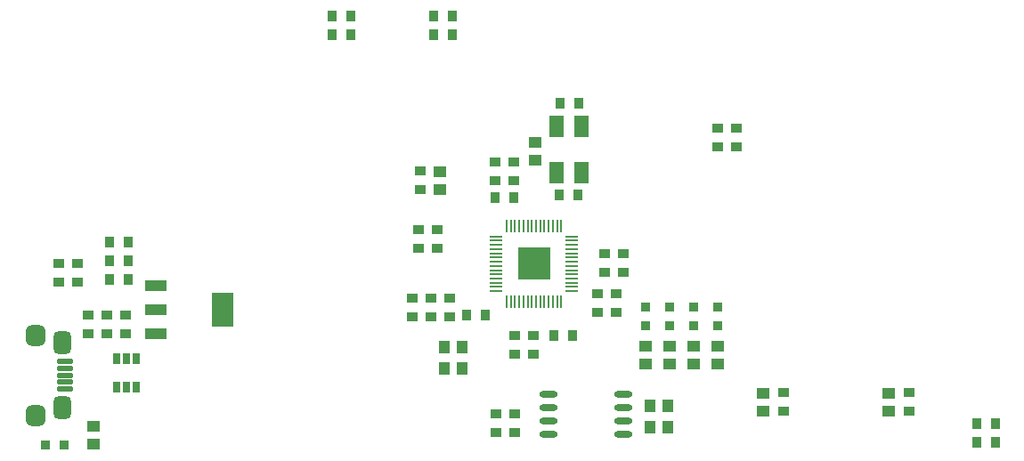
<source format=gtp>
G04*
G04 #@! TF.GenerationSoftware,Altium Limited,Altium Designer,21.3.2 (30)*
G04*
G04 Layer_Color=3421236*
%FSLAX25Y25*%
%MOIN*%
G70*
G04*
G04 #@! TF.SameCoordinates,41522B4C-5660-4B3E-BEA4-8D9A01AACCA4*
G04*
G04*
G04 #@! TF.FilePolarity,Positive*
G04*
G01*
G75*
%ADD21R,0.05712X0.08074*%
%ADD22R,0.08071X0.03937*%
%ADD23R,0.08071X0.12795*%
%ADD24O,0.06893X0.02562*%
%ADD25R,0.12405X0.12405*%
%ADD26O,0.00987X0.05318*%
%ADD27O,0.05318X0.00987*%
%ADD28R,0.04700X0.04200*%
%ADD29R,0.04200X0.04700*%
G04:AMPARAMS|DCode=30|XSize=76.8mil|YSize=72.87mil|CornerRadius=18.72mil|HoleSize=0mil|Usage=FLASHONLY|Rotation=270.000|XOffset=0mil|YOffset=0mil|HoleType=Round|Shape=RoundedRectangle|*
%AMROUNDEDRECTD30*
21,1,0.07680,0.03543,0,0,270.0*
21,1,0.03937,0.07287,0,0,270.0*
1,1,0.03743,-0.01772,-0.01968*
1,1,0.03743,-0.01772,0.01968*
1,1,0.03743,0.01772,0.01968*
1,1,0.03743,0.01772,-0.01968*
%
%ADD30ROUNDEDRECTD30*%
G04:AMPARAMS|DCode=31|XSize=64.99mil|YSize=84.68mil|CornerRadius=16.75mil|HoleSize=0mil|Usage=FLASHONLY|Rotation=0.000|XOffset=0mil|YOffset=0mil|HoleType=Round|Shape=RoundedRectangle|*
%AMROUNDEDRECTD31*
21,1,0.06499,0.05118,0,0,0.0*
21,1,0.03150,0.08468,0,0,0.0*
1,1,0.03350,0.01575,-0.02559*
1,1,0.03350,-0.01575,-0.02559*
1,1,0.03350,-0.01575,0.02559*
1,1,0.03350,0.01575,0.02559*
%
%ADD31ROUNDEDRECTD31*%
G04:AMPARAMS|DCode=32|XSize=17.75mil|YSize=61.06mil|CornerRadius=4.94mil|HoleSize=0mil|Usage=FLASHONLY|Rotation=270.000|XOffset=0mil|YOffset=0mil|HoleType=Round|Shape=RoundedRectangle|*
%AMROUNDEDRECTD32*
21,1,0.01775,0.05118,0,0,270.0*
21,1,0.00787,0.06106,0,0,270.0*
1,1,0.00987,-0.02559,-0.00394*
1,1,0.00987,-0.02559,0.00394*
1,1,0.00987,0.02559,0.00394*
1,1,0.00987,0.02559,-0.00394*
%
%ADD32ROUNDEDRECTD32*%
%ADD33R,0.02562X0.03940*%
%ADD34R,0.03400X0.03400*%
%ADD35R,0.03400X0.03400*%
%ADD36R,0.04200X0.03200*%
%ADD37R,0.03200X0.04200*%
D21*
X204500Y136000D02*
D03*
Y153323D02*
D03*
X213949D02*
D03*
Y136000D02*
D03*
D22*
X54650Y93555D02*
D03*
Y84500D02*
D03*
Y75445D02*
D03*
D23*
X79650Y84500D02*
D03*
D24*
X229476Y38000D02*
D03*
Y43000D02*
D03*
Y48000D02*
D03*
Y53000D02*
D03*
X201524Y38000D02*
D03*
Y43000D02*
D03*
Y48000D02*
D03*
Y53000D02*
D03*
D25*
X196138Y101787D02*
D03*
D26*
X190626Y87713D02*
D03*
X200075D02*
D03*
X201650D02*
D03*
X198500D02*
D03*
X206374D02*
D03*
X195350D02*
D03*
X192201D02*
D03*
X189051D02*
D03*
X203224D02*
D03*
X204799D02*
D03*
X193776D02*
D03*
X196925D02*
D03*
X185902D02*
D03*
X187476D02*
D03*
X206374Y115862D02*
D03*
X204799D02*
D03*
X203224D02*
D03*
X201650D02*
D03*
X200075D02*
D03*
X198500D02*
D03*
X196925D02*
D03*
X195350D02*
D03*
X193776D02*
D03*
X192201D02*
D03*
X190626D02*
D03*
X189051D02*
D03*
X187476D02*
D03*
X185902D02*
D03*
D27*
X210213Y91551D02*
D03*
Y93126D02*
D03*
Y94701D02*
D03*
Y96276D02*
D03*
Y97850D02*
D03*
Y99425D02*
D03*
Y101000D02*
D03*
Y102575D02*
D03*
Y104150D02*
D03*
Y105724D02*
D03*
Y107299D02*
D03*
Y108874D02*
D03*
Y110449D02*
D03*
Y112024D02*
D03*
X182063D02*
D03*
Y110449D02*
D03*
Y108874D02*
D03*
Y107299D02*
D03*
Y105724D02*
D03*
Y104150D02*
D03*
Y102575D02*
D03*
Y101000D02*
D03*
Y99425D02*
D03*
Y97850D02*
D03*
Y96276D02*
D03*
Y94701D02*
D03*
Y93126D02*
D03*
Y91551D02*
D03*
D28*
X329000Y46650D02*
D03*
Y53350D02*
D03*
X282000Y46650D02*
D03*
Y53350D02*
D03*
X265000Y64150D02*
D03*
Y70850D02*
D03*
X256000Y64150D02*
D03*
Y70850D02*
D03*
X247000Y64150D02*
D03*
Y70850D02*
D03*
X238000Y64150D02*
D03*
Y70850D02*
D03*
X31150Y40850D02*
D03*
Y34150D02*
D03*
X161000Y136350D02*
D03*
Y129650D02*
D03*
X196500Y140650D02*
D03*
Y147350D02*
D03*
D29*
X246350Y48500D02*
D03*
X239650D02*
D03*
X162650Y70500D02*
D03*
X169350D02*
D03*
X162650Y62500D02*
D03*
X169350D02*
D03*
X239650Y40500D02*
D03*
X246350D02*
D03*
D30*
X9618Y75020D02*
D03*
Y45098D02*
D03*
D31*
X19658Y47854D02*
D03*
Y72264D02*
D03*
D32*
X20544Y54941D02*
D03*
Y57500D02*
D03*
Y60059D02*
D03*
Y62618D02*
D03*
Y65177D02*
D03*
D33*
X39910Y55685D02*
D03*
X43650D02*
D03*
X47390D02*
D03*
Y66315D02*
D03*
X43650D02*
D03*
X39910D02*
D03*
D34*
X20150Y34000D02*
D03*
X13150D02*
D03*
D35*
X265000Y78500D02*
D03*
Y85500D02*
D03*
X256000Y78500D02*
D03*
Y85500D02*
D03*
X247000Y78500D02*
D03*
Y85500D02*
D03*
X238000Y78500D02*
D03*
Y85500D02*
D03*
D36*
X153500Y129500D02*
D03*
Y136500D02*
D03*
X336500Y46500D02*
D03*
Y53500D02*
D03*
X289500Y46500D02*
D03*
Y53500D02*
D03*
X265000Y152500D02*
D03*
Y145500D02*
D03*
X272000Y152500D02*
D03*
Y145500D02*
D03*
X25150Y102000D02*
D03*
Y95000D02*
D03*
X18150D02*
D03*
Y102000D02*
D03*
X43150Y75500D02*
D03*
Y82500D02*
D03*
X29150Y75500D02*
D03*
Y82500D02*
D03*
X36150Y75500D02*
D03*
Y82500D02*
D03*
X182000Y38500D02*
D03*
Y45500D02*
D03*
X189000Y38500D02*
D03*
Y45500D02*
D03*
X150500Y89000D02*
D03*
Y82000D02*
D03*
X153000Y107500D02*
D03*
Y114500D02*
D03*
X188500Y133000D02*
D03*
Y140000D02*
D03*
X229500Y105500D02*
D03*
Y98500D02*
D03*
X227000Y90500D02*
D03*
Y83500D02*
D03*
X157500Y89000D02*
D03*
Y82000D02*
D03*
X189000Y75000D02*
D03*
Y68000D02*
D03*
X160000Y107500D02*
D03*
Y114500D02*
D03*
X181500Y133000D02*
D03*
Y140000D02*
D03*
X222500Y105500D02*
D03*
Y98500D02*
D03*
X220000Y90500D02*
D03*
Y83500D02*
D03*
X164500Y89000D02*
D03*
Y82000D02*
D03*
X196000Y75000D02*
D03*
Y68000D02*
D03*
D37*
X362000Y42000D02*
D03*
X369000D02*
D03*
X362000Y35000D02*
D03*
X369000D02*
D03*
X127500Y187500D02*
D03*
X120500D02*
D03*
X127500Y194500D02*
D03*
X120500D02*
D03*
X165500D02*
D03*
X158500D02*
D03*
X165500Y187500D02*
D03*
X158500D02*
D03*
X44150Y96000D02*
D03*
X37150D02*
D03*
X44150Y103000D02*
D03*
X37150D02*
D03*
X44150Y110000D02*
D03*
X37150D02*
D03*
X206000Y162000D02*
D03*
X213000D02*
D03*
X212500Y127500D02*
D03*
X205500D02*
D03*
X178000Y82500D02*
D03*
X171000D02*
D03*
X188500Y126500D02*
D03*
X181500D02*
D03*
X203500Y75000D02*
D03*
X210500D02*
D03*
M02*

</source>
